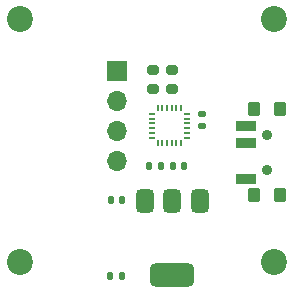
<source format=gbr>
%TF.GenerationSoftware,KiCad,Pcbnew,8.0.5*%
%TF.CreationDate,2024-10-09T15:11:33-04:00*%
%TF.ProjectId,PostureBestICM20948,506f7374-7572-4654-9265-737449434d32,rev?*%
%TF.SameCoordinates,Original*%
%TF.FileFunction,Soldermask,Top*%
%TF.FilePolarity,Negative*%
%FSLAX46Y46*%
G04 Gerber Fmt 4.6, Leading zero omitted, Abs format (unit mm)*
G04 Created by KiCad (PCBNEW 8.0.5) date 2024-10-09 15:11:33*
%MOMM*%
%LPD*%
G01*
G04 APERTURE LIST*
G04 Aperture macros list*
%AMRoundRect*
0 Rectangle with rounded corners*
0 $1 Rounding radius*
0 $2 $3 $4 $5 $6 $7 $8 $9 X,Y pos of 4 corners*
0 Add a 4 corners polygon primitive as box body*
4,1,4,$2,$3,$4,$5,$6,$7,$8,$9,$2,$3,0*
0 Add four circle primitives for the rounded corners*
1,1,$1+$1,$2,$3*
1,1,$1+$1,$4,$5*
1,1,$1+$1,$6,$7*
1,1,$1+$1,$8,$9*
0 Add four rect primitives between the rounded corners*
20,1,$1+$1,$2,$3,$4,$5,0*
20,1,$1+$1,$4,$5,$6,$7,0*
20,1,$1+$1,$6,$7,$8,$9,0*
20,1,$1+$1,$8,$9,$2,$3,0*%
G04 Aperture macros list end*
%ADD10C,2.200000*%
%ADD11RoundRect,0.140000X-0.170000X0.140000X-0.170000X-0.140000X0.170000X-0.140000X0.170000X0.140000X0*%
%ADD12RoundRect,0.200000X0.275000X-0.200000X0.275000X0.200000X-0.275000X0.200000X-0.275000X-0.200000X0*%
%ADD13RoundRect,0.140000X0.140000X0.170000X-0.140000X0.170000X-0.140000X-0.170000X0.140000X-0.170000X0*%
%ADD14C,0.900000*%
%ADD15RoundRect,0.102000X0.750000X-0.350000X0.750000X0.350000X-0.750000X0.350000X-0.750000X-0.350000X0*%
%ADD16RoundRect,0.102000X0.400000X-0.500000X0.400000X0.500000X-0.400000X0.500000X-0.400000X-0.500000X0*%
%ADD17RoundRect,0.140000X-0.140000X-0.170000X0.140000X-0.170000X0.140000X0.170000X-0.140000X0.170000X0*%
%ADD18RoundRect,0.375000X-0.375000X0.625000X-0.375000X-0.625000X0.375000X-0.625000X0.375000X0.625000X0*%
%ADD19RoundRect,0.500000X-1.400000X0.500000X-1.400000X-0.500000X1.400000X-0.500000X1.400000X0.500000X0*%
%ADD20RoundRect,0.050000X-0.225000X-0.050000X0.225000X-0.050000X0.225000X0.050000X-0.225000X0.050000X0*%
%ADD21RoundRect,0.050000X0.050000X-0.225000X0.050000X0.225000X-0.050000X0.225000X-0.050000X-0.225000X0*%
%ADD22R,1.700000X1.700000*%
%ADD23O,1.700000X1.700000*%
G04 APERTURE END LIST*
D10*
%TO.C,H2*%
X126100000Y-102500000D03*
%TD*%
D11*
%TO.C,C2*%
X120000000Y-90020000D03*
X120000000Y-90980000D03*
%TD*%
D10*
%TO.C,H3*%
X104600000Y-102500000D03*
%TD*%
%TO.C,H4*%
X104600000Y-82000000D03*
%TD*%
D12*
%TO.C,R2*%
X115900000Y-87925000D03*
X115900000Y-86275000D03*
%TD*%
D13*
%TO.C,C4*%
X113230000Y-97300000D03*
X112270000Y-97300000D03*
%TD*%
D14*
%TO.C,SW1*%
X125500000Y-94750000D03*
X125500000Y-91750000D03*
D15*
X123750000Y-95500000D03*
X123750000Y-92500000D03*
X123750000Y-91000000D03*
D16*
X124400000Y-96900000D03*
X124400000Y-89600000D03*
X126600000Y-96900000D03*
X126600000Y-89600000D03*
%TD*%
D17*
%TO.C,C3*%
X117540000Y-94400000D03*
X118500000Y-94400000D03*
%TD*%
D13*
%TO.C,C5*%
X116520000Y-94400000D03*
X115560000Y-94400000D03*
%TD*%
D12*
%TO.C,R1*%
X117500000Y-87925000D03*
X117500000Y-86275000D03*
%TD*%
D18*
%TO.C,U2*%
X119800000Y-97350000D03*
X117500000Y-97350000D03*
D19*
X117500000Y-103650000D03*
D18*
X115200000Y-97350000D03*
%TD*%
D10*
%TO.C,H1*%
X126100000Y-82000000D03*
%TD*%
D20*
%TO.C,U1*%
X115750000Y-90000000D03*
X115750000Y-90400000D03*
X115750000Y-90800000D03*
X115750000Y-91200000D03*
X115750000Y-91600000D03*
X115750000Y-92000000D03*
D21*
X116250000Y-92500000D03*
X116650000Y-92500000D03*
X117050000Y-92500000D03*
X117450000Y-92500000D03*
X117850000Y-92500000D03*
X118250000Y-92500000D03*
D20*
X118750000Y-92000000D03*
X118750000Y-91600000D03*
X118750000Y-91200000D03*
X118750000Y-90800000D03*
X118750000Y-90400000D03*
X118750000Y-90000000D03*
D21*
X118250000Y-89500000D03*
X117850000Y-89500000D03*
X117450000Y-89500000D03*
X117050000Y-89500000D03*
X116650000Y-89500000D03*
X116250000Y-89500000D03*
%TD*%
D13*
%TO.C,C1*%
X113200000Y-103700000D03*
X112240000Y-103700000D03*
%TD*%
D22*
%TO.C,J1*%
X112800000Y-86350000D03*
D23*
X112800000Y-88890000D03*
X112800000Y-91430000D03*
X112800000Y-93970000D03*
%TD*%
M02*

</source>
